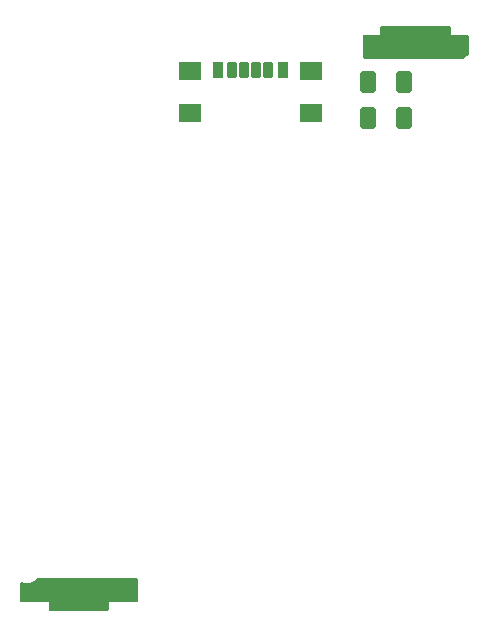
<source format=gts>
G04 #@! TF.GenerationSoftware,KiCad,Pcbnew,(7.0.0-0)*
G04 #@! TF.CreationDate,2024-03-30T14:09:05+02:00*
G04 #@! TF.ProjectId,radio-battery-replacement,72616469-6f2d-4626-9174-746572792d72,rev?*
G04 #@! TF.SameCoordinates,Original*
G04 #@! TF.FileFunction,Soldermask,Top*
G04 #@! TF.FilePolarity,Negative*
%FSLAX46Y46*%
G04 Gerber Fmt 4.6, Leading zero omitted, Abs format (unit mm)*
G04 Created by KiCad (PCBNEW (7.0.0-0)) date 2024-03-30 14:09:05*
%MOMM*%
%LPD*%
G01*
G04 APERTURE LIST*
G04 Aperture macros list*
%AMRoundRect*
0 Rectangle with rounded corners*
0 $1 Rounding radius*
0 $2 $3 $4 $5 $6 $7 $8 $9 X,Y pos of 4 corners*
0 Add a 4 corners polygon primitive as box body*
4,1,4,$2,$3,$4,$5,$6,$7,$8,$9,$2,$3,0*
0 Add four circle primitives for the rounded corners*
1,1,$1+$1,$2,$3*
1,1,$1+$1,$4,$5*
1,1,$1+$1,$6,$7*
1,1,$1+$1,$8,$9*
0 Add four rect primitives between the rounded corners*
20,1,$1+$1,$2,$3,$4,$5,0*
20,1,$1+$1,$4,$5,$6,$7,0*
20,1,$1+$1,$6,$7,$8,$9,0*
20,1,$1+$1,$8,$9,$2,$3,0*%
G04 Aperture macros list end*
%ADD10RoundRect,0.051000X-0.350000X-0.600000X0.350000X-0.600000X0.350000X0.600000X-0.350000X0.600000X0*%
%ADD11RoundRect,0.051000X0.380000X0.600000X-0.380000X0.600000X-0.380000X-0.600000X0.380000X-0.600000X0*%
%ADD12RoundRect,0.051000X0.400000X0.600000X-0.400000X0.600000X-0.400000X-0.600000X0.400000X-0.600000X0*%
%ADD13RoundRect,0.051000X0.350000X0.600000X-0.350000X0.600000X-0.350000X-0.600000X0.350000X-0.600000X0*%
%ADD14RoundRect,0.051000X-0.380000X-0.600000X0.380000X-0.600000X0.380000X0.600000X-0.380000X0.600000X0*%
%ADD15RoundRect,0.051000X-0.400000X-0.600000X0.400000X-0.600000X0.400000X0.600000X-0.400000X0.600000X0*%
%ADD16RoundRect,0.051000X-0.900000X-0.675000X0.900000X-0.675000X0.900000X0.675000X-0.900000X0.675000X0*%
%ADD17RoundRect,0.051000X-0.900000X-0.750000X0.900000X-0.750000X0.900000X0.750000X-0.900000X0.750000X0*%
%ADD18RoundRect,0.301000X-0.400000X-0.625000X0.400000X-0.625000X0.400000X0.625000X-0.400000X0.625000X0*%
G04 APERTURE END LIST*
D10*
X111000000Y-72967500D03*
D11*
X113020000Y-72967500D03*
D12*
X114250000Y-72967500D03*
D13*
X112000000Y-72967500D03*
D14*
X109980000Y-72967500D03*
D15*
X108750000Y-72967500D03*
D16*
X106375000Y-73022500D03*
D17*
X106375000Y-76602500D03*
D16*
X116625000Y-73022500D03*
D17*
X116625000Y-76602500D03*
D18*
X121450000Y-77000000D03*
X124550000Y-77000000D03*
X121450000Y-74000000D03*
X124550000Y-74000000D03*
G36*
X128438000Y-69266613D02*
G01*
X128483387Y-69312000D01*
X128500000Y-69374000D01*
X128500000Y-69983674D01*
X128503450Y-69996549D01*
X128516326Y-70000000D01*
X129887065Y-70000000D01*
X129948878Y-70016505D01*
X129994236Y-70061627D01*
X130011063Y-70123354D01*
X130018783Y-71605546D01*
X130009343Y-71653652D01*
X129981998Y-71694339D01*
X129941021Y-71721250D01*
X129874593Y-71747944D01*
X129865236Y-71752661D01*
X129671993Y-71871645D01*
X129663563Y-71877880D01*
X129559938Y-71969083D01*
X129521796Y-71992014D01*
X129478014Y-72000000D01*
X121144195Y-72000000D01*
X121082382Y-71983495D01*
X121037024Y-71938373D01*
X121020197Y-71876646D01*
X121011069Y-70124646D01*
X121027465Y-70062373D01*
X121072881Y-70016721D01*
X121135067Y-70000000D01*
X122483674Y-70000000D01*
X122496549Y-69996549D01*
X122500000Y-69983674D01*
X122500000Y-69374000D01*
X122516613Y-69312000D01*
X122562000Y-69266613D01*
X122624000Y-69250000D01*
X128376000Y-69250000D01*
X128438000Y-69266613D01*
G37*
G36*
X101938000Y-116016613D02*
G01*
X101983387Y-116062000D01*
X102000000Y-116124000D01*
X102000000Y-117876000D01*
X101983387Y-117938000D01*
X101938000Y-117983387D01*
X101876000Y-118000000D01*
X99516326Y-118000000D01*
X99503450Y-118003450D01*
X99500000Y-118016326D01*
X99500000Y-118626000D01*
X99483387Y-118688000D01*
X99438000Y-118733387D01*
X99376000Y-118750000D01*
X94624000Y-118750000D01*
X94562000Y-118733387D01*
X94516613Y-118688000D01*
X94500000Y-118626000D01*
X94500000Y-118016326D01*
X94496549Y-118003450D01*
X94483674Y-118000000D01*
X92124000Y-118000000D01*
X92062000Y-117983387D01*
X92016613Y-117938000D01*
X92000000Y-117876000D01*
X92000000Y-116472798D01*
X92012117Y-116419335D01*
X92046101Y-116376321D01*
X92095309Y-116352163D01*
X92150124Y-116351581D01*
X92317025Y-116387551D01*
X92327438Y-116388884D01*
X92554158Y-116398515D01*
X92564635Y-116398070D01*
X92789727Y-116369245D01*
X92799987Y-116367034D01*
X93016964Y-116300586D01*
X93026701Y-116296673D01*
X93229332Y-116194509D01*
X93238256Y-116189014D01*
X93420716Y-116054068D01*
X93428592Y-116047136D01*
X93437156Y-116038201D01*
X93478012Y-116009949D01*
X93526679Y-116000000D01*
X101876000Y-116000000D01*
X101938000Y-116016613D01*
G37*
G36*
X101989985Y-115993068D02*
G01*
X102001606Y-115996181D01*
X102002503Y-115996700D01*
X102003300Y-115997498D01*
X102003817Y-115998393D01*
X102006932Y-116010015D01*
X102007000Y-116010533D01*
X102007000Y-117989467D01*
X102006932Y-117989985D01*
X102003817Y-118001607D01*
X102003299Y-118002503D01*
X102002503Y-118003299D01*
X102001607Y-118003817D01*
X101989985Y-118006932D01*
X101989467Y-118007000D01*
X99585263Y-118007000D01*
X99546034Y-118017511D01*
X99517511Y-118046034D01*
X99507000Y-118085263D01*
X99507000Y-118739467D01*
X99506932Y-118739985D01*
X99503817Y-118751607D01*
X99503299Y-118752503D01*
X99502503Y-118753299D01*
X99501607Y-118753817D01*
X99489985Y-118756932D01*
X99489467Y-118757000D01*
X94510533Y-118757000D01*
X94510015Y-118756932D01*
X94498393Y-118753817D01*
X94497498Y-118753300D01*
X94496700Y-118752503D01*
X94496181Y-118751606D01*
X94493068Y-118739985D01*
X94493000Y-118739467D01*
X94493000Y-118085263D01*
X94482488Y-118046034D01*
X94453966Y-118017511D01*
X94414737Y-118007000D01*
X92010533Y-118007000D01*
X92010015Y-118006932D01*
X91998393Y-118003817D01*
X91997498Y-118003300D01*
X91996700Y-118002503D01*
X91996181Y-118001606D01*
X91995215Y-117998000D01*
X92002000Y-117998000D01*
X94500000Y-117998000D01*
X94501414Y-117998586D01*
X94502000Y-118000000D01*
X94502000Y-118748000D01*
X99498000Y-118748000D01*
X99498000Y-118000000D01*
X99498586Y-117998586D01*
X99500000Y-117998000D01*
X101998000Y-117998000D01*
X101998000Y-116002000D01*
X93474622Y-116002000D01*
X93426389Y-116052325D01*
X93426134Y-116052549D01*
X93235219Y-116193749D01*
X93234930Y-116193927D01*
X93022899Y-116300831D01*
X93022585Y-116300957D01*
X92795537Y-116370489D01*
X92795205Y-116370561D01*
X92559672Y-116400723D01*
X92559333Y-116400737D01*
X92322090Y-116390659D01*
X92321754Y-116390616D01*
X92089627Y-116340588D01*
X92089302Y-116340489D01*
X92002000Y-116305408D01*
X92002000Y-117998000D01*
X91995215Y-117998000D01*
X91993068Y-117989985D01*
X91993000Y-117989467D01*
X91993000Y-116315585D01*
X91993105Y-116314946D01*
X91997653Y-116301466D01*
X91998432Y-116300445D01*
X91998734Y-116300242D01*
X91999963Y-116299905D01*
X92014166Y-116300709D01*
X92014799Y-116300850D01*
X92085873Y-116329410D01*
X92098678Y-116333331D01*
X92316491Y-116380275D01*
X92329791Y-116381978D01*
X92552395Y-116391434D01*
X92565777Y-116390865D01*
X92786811Y-116362561D01*
X92799905Y-116359738D01*
X93012941Y-116294497D01*
X93025383Y-116289498D01*
X93224341Y-116189185D01*
X93235756Y-116182157D01*
X93414898Y-116049664D01*
X93424947Y-116040820D01*
X93463114Y-116000998D01*
X93463421Y-116000737D01*
X93471316Y-115995278D01*
X93472053Y-115994963D01*
X93481463Y-115993040D01*
X93481863Y-115993000D01*
X101989467Y-115993000D01*
X101989985Y-115993068D01*
G37*
G36*
X128489985Y-69243068D02*
G01*
X128501606Y-69246181D01*
X128502503Y-69246700D01*
X128503300Y-69247498D01*
X128503817Y-69248393D01*
X128506932Y-69260015D01*
X128507000Y-69260533D01*
X128507000Y-69914737D01*
X128517511Y-69953966D01*
X128546034Y-69982488D01*
X128585263Y-69993000D01*
X129999924Y-69993000D01*
X130000440Y-69993068D01*
X130012031Y-69996163D01*
X130012925Y-69996676D01*
X130013729Y-69997475D01*
X130014249Y-69998368D01*
X130017404Y-70009943D01*
X130017474Y-70010459D01*
X130026160Y-71677762D01*
X130026075Y-71678350D01*
X130022216Y-71691128D01*
X130021560Y-71692104D01*
X130011184Y-71700505D01*
X130010671Y-71700807D01*
X129879110Y-71753673D01*
X129867152Y-71759701D01*
X129677411Y-71876528D01*
X129666638Y-71884496D01*
X129534863Y-72000474D01*
X129534573Y-72000687D01*
X129527140Y-72005156D01*
X129526468Y-72005410D01*
X129517929Y-72006968D01*
X129517570Y-72007000D01*
X121031336Y-72007000D01*
X121030820Y-72006932D01*
X121019228Y-72003836D01*
X121018334Y-72003323D01*
X121017530Y-72002524D01*
X121017010Y-72001631D01*
X121013855Y-71990056D01*
X121013785Y-71989540D01*
X121003475Y-70010602D01*
X121003541Y-70010083D01*
X121005669Y-70002000D01*
X121012430Y-70002000D01*
X121022830Y-71998000D01*
X129524055Y-71998000D01*
X129666193Y-71872903D01*
X129666465Y-71872701D01*
X129868666Y-71748201D01*
X129868969Y-71748048D01*
X130017215Y-71688476D01*
X130008430Y-70002000D01*
X128500000Y-70002000D01*
X128498586Y-70001414D01*
X128498000Y-70000000D01*
X128498000Y-69252000D01*
X122502000Y-69252000D01*
X122502000Y-70000000D01*
X122501414Y-70001414D01*
X122500000Y-70002000D01*
X121012430Y-70002000D01*
X121005669Y-70002000D01*
X121006612Y-69998418D01*
X121007128Y-69997516D01*
X121007919Y-69996721D01*
X121008818Y-69996201D01*
X121020469Y-69993069D01*
X121020988Y-69993000D01*
X122414737Y-69993000D01*
X122453966Y-69982488D01*
X122482488Y-69953966D01*
X122493000Y-69914737D01*
X122493000Y-69260533D01*
X122493068Y-69260015D01*
X122496181Y-69248394D01*
X122496699Y-69247498D01*
X122497498Y-69246699D01*
X122498394Y-69246181D01*
X122510015Y-69243068D01*
X122510533Y-69243000D01*
X128489467Y-69243000D01*
X128489985Y-69243068D01*
G37*
M02*

</source>
